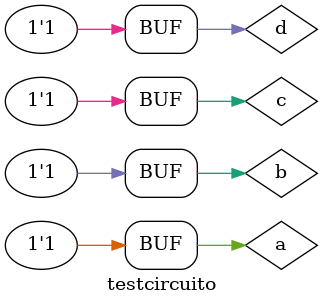
<source format=v>
module circuito (f, a, b, c, d);
 output f;
 input a, b, c, d;
 wire s0, s1, s2, s3, s4, s5, s6, s7, s8;
 
 not NOT1 (s0, a);
 not NOT2 (s1, b);
 not NOT3 (s2, c);
 not NOT4 (s3, d);
 and AND1 (s4, s0, s1, s3);
 and AND2 (s5, s0, s2, s3);
 and AND3 (s6, s1, s2, s3);
 and AND4 (s7, a, s1, d);
 and AND5 (s8, a, s2, d);
 or OR1 (f, s4, s5, s6, s7, s8);
 
endmodule

module testcircuito;
 reg a, b, c, d;
 wire f;
 
 circuito CIRC1 (f, a, b, c, d);
 
 initial begin
      $display("Exemplo 02 - Braulio Lima e Andrade - 380749");
      $display("Test Circuito Logico para Funcao com Quine-McCluskey");
      $display("\n a  b  c  d =  f");
		$monitor(" %b  %b  %b  %b =  %b", a, b, c, d, f);
	#1 a=0; b=0; c=0; d=0;
	#1 a=0; b=0; c=0; d=1;
	#1 a=0; b=0; c=1; d=0;
	#1 a=0; b=0; c=1; d=1;
	#1 a=0; b=1; c=0; d=0;
	#1 a=0; b=1; c=0; d=1;
	#1 a=0; b=1; c=1; d=0;
	#1 a=0; b=1; c=1; d=1;
	#1 a=1; b=0; c=0; d=0;
	#1 a=1; b=0; c=0; d=1;
	#1 a=1; b=0; c=1; d=0;
	#1 a=1; b=0; c=1; d=1;
	#1 a=1; b=1; c=0; d=0;
	#1 a=1; b=1; c=0; d=1;
	#1 a=1; b=1; c=1; d=0;
	#1 a=1; b=1; c=1; d=1;
	
 end
 
endmodule
</source>
